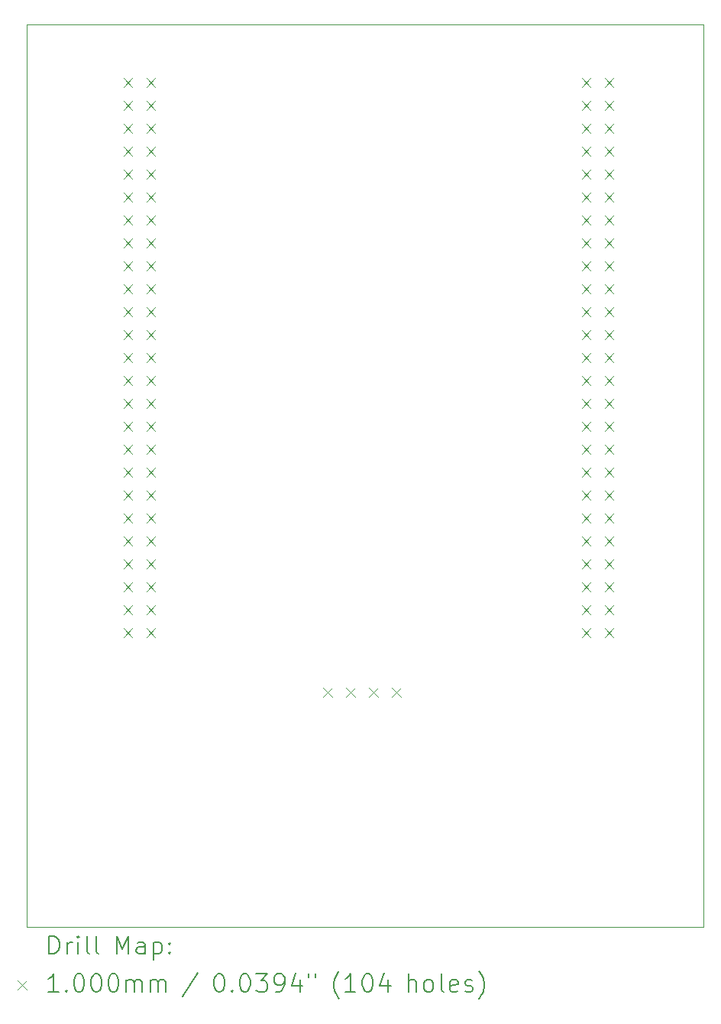
<source format=gbr>
%TF.GenerationSoftware,KiCad,Pcbnew,(7.0.0)*%
%TF.CreationDate,2023-06-01T06:11:30-06:00*%
%TF.ProjectId,Phase_D_STM32_v1,50686173-655f-4445-9f53-544d33325f76,rev?*%
%TF.SameCoordinates,Original*%
%TF.FileFunction,Drillmap*%
%TF.FilePolarity,Positive*%
%FSLAX45Y45*%
G04 Gerber Fmt 4.5, Leading zero omitted, Abs format (unit mm)*
G04 Created by KiCad (PCBNEW (7.0.0)) date 2023-06-01 06:11:30*
%MOMM*%
%LPD*%
G01*
G04 APERTURE LIST*
%ADD10C,0.100000*%
%ADD11C,0.200000*%
G04 APERTURE END LIST*
D10*
X19005000Y-4219000D02*
X26505000Y-4219000D01*
X26505000Y-4219000D02*
X26505000Y-14219000D01*
X26505000Y-14219000D02*
X19005000Y-14219000D01*
X19005000Y-14219000D02*
X19005000Y-4219000D01*
D11*
D10*
X20073000Y-4810000D02*
X20173000Y-4910000D01*
X20173000Y-4810000D02*
X20073000Y-4910000D01*
X20073000Y-5064000D02*
X20173000Y-5164000D01*
X20173000Y-5064000D02*
X20073000Y-5164000D01*
X20073000Y-5318000D02*
X20173000Y-5418000D01*
X20173000Y-5318000D02*
X20073000Y-5418000D01*
X20073000Y-5572000D02*
X20173000Y-5672000D01*
X20173000Y-5572000D02*
X20073000Y-5672000D01*
X20073000Y-5826000D02*
X20173000Y-5926000D01*
X20173000Y-5826000D02*
X20073000Y-5926000D01*
X20073000Y-6080000D02*
X20173000Y-6180000D01*
X20173000Y-6080000D02*
X20073000Y-6180000D01*
X20073000Y-6334000D02*
X20173000Y-6434000D01*
X20173000Y-6334000D02*
X20073000Y-6434000D01*
X20073000Y-6588000D02*
X20173000Y-6688000D01*
X20173000Y-6588000D02*
X20073000Y-6688000D01*
X20073000Y-6842000D02*
X20173000Y-6942000D01*
X20173000Y-6842000D02*
X20073000Y-6942000D01*
X20073000Y-7096000D02*
X20173000Y-7196000D01*
X20173000Y-7096000D02*
X20073000Y-7196000D01*
X20073000Y-7350000D02*
X20173000Y-7450000D01*
X20173000Y-7350000D02*
X20073000Y-7450000D01*
X20073000Y-7604000D02*
X20173000Y-7704000D01*
X20173000Y-7604000D02*
X20073000Y-7704000D01*
X20073000Y-7858000D02*
X20173000Y-7958000D01*
X20173000Y-7858000D02*
X20073000Y-7958000D01*
X20073000Y-8112000D02*
X20173000Y-8212000D01*
X20173000Y-8112000D02*
X20073000Y-8212000D01*
X20073000Y-8366000D02*
X20173000Y-8466000D01*
X20173000Y-8366000D02*
X20073000Y-8466000D01*
X20073000Y-8620000D02*
X20173000Y-8720000D01*
X20173000Y-8620000D02*
X20073000Y-8720000D01*
X20073000Y-8874000D02*
X20173000Y-8974000D01*
X20173000Y-8874000D02*
X20073000Y-8974000D01*
X20073000Y-9128000D02*
X20173000Y-9228000D01*
X20173000Y-9128000D02*
X20073000Y-9228000D01*
X20073000Y-9382000D02*
X20173000Y-9482000D01*
X20173000Y-9382000D02*
X20073000Y-9482000D01*
X20073000Y-9636000D02*
X20173000Y-9736000D01*
X20173000Y-9636000D02*
X20073000Y-9736000D01*
X20073000Y-9890000D02*
X20173000Y-9990000D01*
X20173000Y-9890000D02*
X20073000Y-9990000D01*
X20073000Y-10144000D02*
X20173000Y-10244000D01*
X20173000Y-10144000D02*
X20073000Y-10244000D01*
X20073000Y-10398000D02*
X20173000Y-10498000D01*
X20173000Y-10398000D02*
X20073000Y-10498000D01*
X20073000Y-10652000D02*
X20173000Y-10752000D01*
X20173000Y-10652000D02*
X20073000Y-10752000D01*
X20073000Y-10906000D02*
X20173000Y-11006000D01*
X20173000Y-10906000D02*
X20073000Y-11006000D01*
X20327000Y-4810000D02*
X20427000Y-4910000D01*
X20427000Y-4810000D02*
X20327000Y-4910000D01*
X20327000Y-5064000D02*
X20427000Y-5164000D01*
X20427000Y-5064000D02*
X20327000Y-5164000D01*
X20327000Y-5318000D02*
X20427000Y-5418000D01*
X20427000Y-5318000D02*
X20327000Y-5418000D01*
X20327000Y-5572000D02*
X20427000Y-5672000D01*
X20427000Y-5572000D02*
X20327000Y-5672000D01*
X20327000Y-5826000D02*
X20427000Y-5926000D01*
X20427000Y-5826000D02*
X20327000Y-5926000D01*
X20327000Y-6080000D02*
X20427000Y-6180000D01*
X20427000Y-6080000D02*
X20327000Y-6180000D01*
X20327000Y-6334000D02*
X20427000Y-6434000D01*
X20427000Y-6334000D02*
X20327000Y-6434000D01*
X20327000Y-6588000D02*
X20427000Y-6688000D01*
X20427000Y-6588000D02*
X20327000Y-6688000D01*
X20327000Y-6842000D02*
X20427000Y-6942000D01*
X20427000Y-6842000D02*
X20327000Y-6942000D01*
X20327000Y-7096000D02*
X20427000Y-7196000D01*
X20427000Y-7096000D02*
X20327000Y-7196000D01*
X20327000Y-7350000D02*
X20427000Y-7450000D01*
X20427000Y-7350000D02*
X20327000Y-7450000D01*
X20327000Y-7604000D02*
X20427000Y-7704000D01*
X20427000Y-7604000D02*
X20327000Y-7704000D01*
X20327000Y-7858000D02*
X20427000Y-7958000D01*
X20427000Y-7858000D02*
X20327000Y-7958000D01*
X20327000Y-8112000D02*
X20427000Y-8212000D01*
X20427000Y-8112000D02*
X20327000Y-8212000D01*
X20327000Y-8366000D02*
X20427000Y-8466000D01*
X20427000Y-8366000D02*
X20327000Y-8466000D01*
X20327000Y-8620000D02*
X20427000Y-8720000D01*
X20427000Y-8620000D02*
X20327000Y-8720000D01*
X20327000Y-8874000D02*
X20427000Y-8974000D01*
X20427000Y-8874000D02*
X20327000Y-8974000D01*
X20327000Y-9128000D02*
X20427000Y-9228000D01*
X20427000Y-9128000D02*
X20327000Y-9228000D01*
X20327000Y-9382000D02*
X20427000Y-9482000D01*
X20427000Y-9382000D02*
X20327000Y-9482000D01*
X20327000Y-9636000D02*
X20427000Y-9736000D01*
X20427000Y-9636000D02*
X20327000Y-9736000D01*
X20327000Y-9890000D02*
X20427000Y-9990000D01*
X20427000Y-9890000D02*
X20327000Y-9990000D01*
X20327000Y-10144000D02*
X20427000Y-10244000D01*
X20427000Y-10144000D02*
X20327000Y-10244000D01*
X20327000Y-10398000D02*
X20427000Y-10498000D01*
X20427000Y-10398000D02*
X20327000Y-10498000D01*
X20327000Y-10652000D02*
X20427000Y-10752000D01*
X20427000Y-10652000D02*
X20327000Y-10752000D01*
X20327000Y-10906000D02*
X20427000Y-11006000D01*
X20427000Y-10906000D02*
X20327000Y-11006000D01*
X22290000Y-11572000D02*
X22390000Y-11672000D01*
X22390000Y-11572000D02*
X22290000Y-11672000D01*
X22544000Y-11572000D02*
X22644000Y-11672000D01*
X22644000Y-11572000D02*
X22544000Y-11672000D01*
X22798000Y-11572000D02*
X22898000Y-11672000D01*
X22898000Y-11572000D02*
X22798000Y-11672000D01*
X23052000Y-11572000D02*
X23152000Y-11672000D01*
X23152000Y-11572000D02*
X23052000Y-11672000D01*
X25153000Y-4810000D02*
X25253000Y-4910000D01*
X25253000Y-4810000D02*
X25153000Y-4910000D01*
X25153000Y-5064000D02*
X25253000Y-5164000D01*
X25253000Y-5064000D02*
X25153000Y-5164000D01*
X25153000Y-5318000D02*
X25253000Y-5418000D01*
X25253000Y-5318000D02*
X25153000Y-5418000D01*
X25153000Y-5572000D02*
X25253000Y-5672000D01*
X25253000Y-5572000D02*
X25153000Y-5672000D01*
X25153000Y-5826000D02*
X25253000Y-5926000D01*
X25253000Y-5826000D02*
X25153000Y-5926000D01*
X25153000Y-6080000D02*
X25253000Y-6180000D01*
X25253000Y-6080000D02*
X25153000Y-6180000D01*
X25153000Y-6334000D02*
X25253000Y-6434000D01*
X25253000Y-6334000D02*
X25153000Y-6434000D01*
X25153000Y-6588000D02*
X25253000Y-6688000D01*
X25253000Y-6588000D02*
X25153000Y-6688000D01*
X25153000Y-6842000D02*
X25253000Y-6942000D01*
X25253000Y-6842000D02*
X25153000Y-6942000D01*
X25153000Y-7096000D02*
X25253000Y-7196000D01*
X25253000Y-7096000D02*
X25153000Y-7196000D01*
X25153000Y-7350000D02*
X25253000Y-7450000D01*
X25253000Y-7350000D02*
X25153000Y-7450000D01*
X25153000Y-7604000D02*
X25253000Y-7704000D01*
X25253000Y-7604000D02*
X25153000Y-7704000D01*
X25153000Y-7858000D02*
X25253000Y-7958000D01*
X25253000Y-7858000D02*
X25153000Y-7958000D01*
X25153000Y-8112000D02*
X25253000Y-8212000D01*
X25253000Y-8112000D02*
X25153000Y-8212000D01*
X25153000Y-8366000D02*
X25253000Y-8466000D01*
X25253000Y-8366000D02*
X25153000Y-8466000D01*
X25153000Y-8620000D02*
X25253000Y-8720000D01*
X25253000Y-8620000D02*
X25153000Y-8720000D01*
X25153000Y-8874000D02*
X25253000Y-8974000D01*
X25253000Y-8874000D02*
X25153000Y-8974000D01*
X25153000Y-9128000D02*
X25253000Y-9228000D01*
X25253000Y-9128000D02*
X25153000Y-9228000D01*
X25153000Y-9382000D02*
X25253000Y-9482000D01*
X25253000Y-9382000D02*
X25153000Y-9482000D01*
X25153000Y-9636000D02*
X25253000Y-9736000D01*
X25253000Y-9636000D02*
X25153000Y-9736000D01*
X25153000Y-9890000D02*
X25253000Y-9990000D01*
X25253000Y-9890000D02*
X25153000Y-9990000D01*
X25153000Y-10144000D02*
X25253000Y-10244000D01*
X25253000Y-10144000D02*
X25153000Y-10244000D01*
X25153000Y-10398000D02*
X25253000Y-10498000D01*
X25253000Y-10398000D02*
X25153000Y-10498000D01*
X25153000Y-10652000D02*
X25253000Y-10752000D01*
X25253000Y-10652000D02*
X25153000Y-10752000D01*
X25153000Y-10906000D02*
X25253000Y-11006000D01*
X25253000Y-10906000D02*
X25153000Y-11006000D01*
X25407000Y-4810000D02*
X25507000Y-4910000D01*
X25507000Y-4810000D02*
X25407000Y-4910000D01*
X25407000Y-5064000D02*
X25507000Y-5164000D01*
X25507000Y-5064000D02*
X25407000Y-5164000D01*
X25407000Y-5318000D02*
X25507000Y-5418000D01*
X25507000Y-5318000D02*
X25407000Y-5418000D01*
X25407000Y-5572000D02*
X25507000Y-5672000D01*
X25507000Y-5572000D02*
X25407000Y-5672000D01*
X25407000Y-5826000D02*
X25507000Y-5926000D01*
X25507000Y-5826000D02*
X25407000Y-5926000D01*
X25407000Y-6080000D02*
X25507000Y-6180000D01*
X25507000Y-6080000D02*
X25407000Y-6180000D01*
X25407000Y-6334000D02*
X25507000Y-6434000D01*
X25507000Y-6334000D02*
X25407000Y-6434000D01*
X25407000Y-6588000D02*
X25507000Y-6688000D01*
X25507000Y-6588000D02*
X25407000Y-6688000D01*
X25407000Y-6842000D02*
X25507000Y-6942000D01*
X25507000Y-6842000D02*
X25407000Y-6942000D01*
X25407000Y-7096000D02*
X25507000Y-7196000D01*
X25507000Y-7096000D02*
X25407000Y-7196000D01*
X25407000Y-7350000D02*
X25507000Y-7450000D01*
X25507000Y-7350000D02*
X25407000Y-7450000D01*
X25407000Y-7604000D02*
X25507000Y-7704000D01*
X25507000Y-7604000D02*
X25407000Y-7704000D01*
X25407000Y-7858000D02*
X25507000Y-7958000D01*
X25507000Y-7858000D02*
X25407000Y-7958000D01*
X25407000Y-8112000D02*
X25507000Y-8212000D01*
X25507000Y-8112000D02*
X25407000Y-8212000D01*
X25407000Y-8366000D02*
X25507000Y-8466000D01*
X25507000Y-8366000D02*
X25407000Y-8466000D01*
X25407000Y-8620000D02*
X25507000Y-8720000D01*
X25507000Y-8620000D02*
X25407000Y-8720000D01*
X25407000Y-8874000D02*
X25507000Y-8974000D01*
X25507000Y-8874000D02*
X25407000Y-8974000D01*
X25407000Y-9128000D02*
X25507000Y-9228000D01*
X25507000Y-9128000D02*
X25407000Y-9228000D01*
X25407000Y-9382000D02*
X25507000Y-9482000D01*
X25507000Y-9382000D02*
X25407000Y-9482000D01*
X25407000Y-9636000D02*
X25507000Y-9736000D01*
X25507000Y-9636000D02*
X25407000Y-9736000D01*
X25407000Y-9890000D02*
X25507000Y-9990000D01*
X25507000Y-9890000D02*
X25407000Y-9990000D01*
X25407000Y-10144000D02*
X25507000Y-10244000D01*
X25507000Y-10144000D02*
X25407000Y-10244000D01*
X25407000Y-10398000D02*
X25507000Y-10498000D01*
X25507000Y-10398000D02*
X25407000Y-10498000D01*
X25407000Y-10652000D02*
X25507000Y-10752000D01*
X25507000Y-10652000D02*
X25407000Y-10752000D01*
X25407000Y-10906000D02*
X25507000Y-11006000D01*
X25507000Y-10906000D02*
X25407000Y-11006000D01*
D11*
X19247619Y-14517476D02*
X19247619Y-14317476D01*
X19247619Y-14317476D02*
X19295238Y-14317476D01*
X19295238Y-14317476D02*
X19323810Y-14327000D01*
X19323810Y-14327000D02*
X19342857Y-14346048D01*
X19342857Y-14346048D02*
X19352381Y-14365095D01*
X19352381Y-14365095D02*
X19361905Y-14403190D01*
X19361905Y-14403190D02*
X19361905Y-14431762D01*
X19361905Y-14431762D02*
X19352381Y-14469857D01*
X19352381Y-14469857D02*
X19342857Y-14488905D01*
X19342857Y-14488905D02*
X19323810Y-14507952D01*
X19323810Y-14507952D02*
X19295238Y-14517476D01*
X19295238Y-14517476D02*
X19247619Y-14517476D01*
X19447619Y-14517476D02*
X19447619Y-14384143D01*
X19447619Y-14422238D02*
X19457143Y-14403190D01*
X19457143Y-14403190D02*
X19466667Y-14393667D01*
X19466667Y-14393667D02*
X19485714Y-14384143D01*
X19485714Y-14384143D02*
X19504762Y-14384143D01*
X19571429Y-14517476D02*
X19571429Y-14384143D01*
X19571429Y-14317476D02*
X19561905Y-14327000D01*
X19561905Y-14327000D02*
X19571429Y-14336524D01*
X19571429Y-14336524D02*
X19580952Y-14327000D01*
X19580952Y-14327000D02*
X19571429Y-14317476D01*
X19571429Y-14317476D02*
X19571429Y-14336524D01*
X19695238Y-14517476D02*
X19676190Y-14507952D01*
X19676190Y-14507952D02*
X19666667Y-14488905D01*
X19666667Y-14488905D02*
X19666667Y-14317476D01*
X19800000Y-14517476D02*
X19780952Y-14507952D01*
X19780952Y-14507952D02*
X19771429Y-14488905D01*
X19771429Y-14488905D02*
X19771429Y-14317476D01*
X19996190Y-14517476D02*
X19996190Y-14317476D01*
X19996190Y-14317476D02*
X20062857Y-14460333D01*
X20062857Y-14460333D02*
X20129524Y-14317476D01*
X20129524Y-14317476D02*
X20129524Y-14517476D01*
X20310476Y-14517476D02*
X20310476Y-14412714D01*
X20310476Y-14412714D02*
X20300952Y-14393667D01*
X20300952Y-14393667D02*
X20281905Y-14384143D01*
X20281905Y-14384143D02*
X20243809Y-14384143D01*
X20243809Y-14384143D02*
X20224762Y-14393667D01*
X20310476Y-14507952D02*
X20291429Y-14517476D01*
X20291429Y-14517476D02*
X20243809Y-14517476D01*
X20243809Y-14517476D02*
X20224762Y-14507952D01*
X20224762Y-14507952D02*
X20215238Y-14488905D01*
X20215238Y-14488905D02*
X20215238Y-14469857D01*
X20215238Y-14469857D02*
X20224762Y-14450809D01*
X20224762Y-14450809D02*
X20243809Y-14441286D01*
X20243809Y-14441286D02*
X20291429Y-14441286D01*
X20291429Y-14441286D02*
X20310476Y-14431762D01*
X20405714Y-14384143D02*
X20405714Y-14584143D01*
X20405714Y-14393667D02*
X20424762Y-14384143D01*
X20424762Y-14384143D02*
X20462857Y-14384143D01*
X20462857Y-14384143D02*
X20481905Y-14393667D01*
X20481905Y-14393667D02*
X20491429Y-14403190D01*
X20491429Y-14403190D02*
X20500952Y-14422238D01*
X20500952Y-14422238D02*
X20500952Y-14479381D01*
X20500952Y-14479381D02*
X20491429Y-14498428D01*
X20491429Y-14498428D02*
X20481905Y-14507952D01*
X20481905Y-14507952D02*
X20462857Y-14517476D01*
X20462857Y-14517476D02*
X20424762Y-14517476D01*
X20424762Y-14517476D02*
X20405714Y-14507952D01*
X20586667Y-14498428D02*
X20596190Y-14507952D01*
X20596190Y-14507952D02*
X20586667Y-14517476D01*
X20586667Y-14517476D02*
X20577143Y-14507952D01*
X20577143Y-14507952D02*
X20586667Y-14498428D01*
X20586667Y-14498428D02*
X20586667Y-14517476D01*
X20586667Y-14393667D02*
X20596190Y-14403190D01*
X20596190Y-14403190D02*
X20586667Y-14412714D01*
X20586667Y-14412714D02*
X20577143Y-14403190D01*
X20577143Y-14403190D02*
X20586667Y-14393667D01*
X20586667Y-14393667D02*
X20586667Y-14412714D01*
D10*
X18900000Y-14814000D02*
X19000000Y-14914000D01*
X19000000Y-14814000D02*
X18900000Y-14914000D01*
D11*
X19352381Y-14937476D02*
X19238095Y-14937476D01*
X19295238Y-14937476D02*
X19295238Y-14737476D01*
X19295238Y-14737476D02*
X19276190Y-14766048D01*
X19276190Y-14766048D02*
X19257143Y-14785095D01*
X19257143Y-14785095D02*
X19238095Y-14794619D01*
X19438095Y-14918428D02*
X19447619Y-14927952D01*
X19447619Y-14927952D02*
X19438095Y-14937476D01*
X19438095Y-14937476D02*
X19428571Y-14927952D01*
X19428571Y-14927952D02*
X19438095Y-14918428D01*
X19438095Y-14918428D02*
X19438095Y-14937476D01*
X19571429Y-14737476D02*
X19590476Y-14737476D01*
X19590476Y-14737476D02*
X19609524Y-14747000D01*
X19609524Y-14747000D02*
X19619048Y-14756524D01*
X19619048Y-14756524D02*
X19628571Y-14775571D01*
X19628571Y-14775571D02*
X19638095Y-14813667D01*
X19638095Y-14813667D02*
X19638095Y-14861286D01*
X19638095Y-14861286D02*
X19628571Y-14899381D01*
X19628571Y-14899381D02*
X19619048Y-14918428D01*
X19619048Y-14918428D02*
X19609524Y-14927952D01*
X19609524Y-14927952D02*
X19590476Y-14937476D01*
X19590476Y-14937476D02*
X19571429Y-14937476D01*
X19571429Y-14937476D02*
X19552381Y-14927952D01*
X19552381Y-14927952D02*
X19542857Y-14918428D01*
X19542857Y-14918428D02*
X19533333Y-14899381D01*
X19533333Y-14899381D02*
X19523810Y-14861286D01*
X19523810Y-14861286D02*
X19523810Y-14813667D01*
X19523810Y-14813667D02*
X19533333Y-14775571D01*
X19533333Y-14775571D02*
X19542857Y-14756524D01*
X19542857Y-14756524D02*
X19552381Y-14747000D01*
X19552381Y-14747000D02*
X19571429Y-14737476D01*
X19761905Y-14737476D02*
X19780952Y-14737476D01*
X19780952Y-14737476D02*
X19800000Y-14747000D01*
X19800000Y-14747000D02*
X19809524Y-14756524D01*
X19809524Y-14756524D02*
X19819048Y-14775571D01*
X19819048Y-14775571D02*
X19828571Y-14813667D01*
X19828571Y-14813667D02*
X19828571Y-14861286D01*
X19828571Y-14861286D02*
X19819048Y-14899381D01*
X19819048Y-14899381D02*
X19809524Y-14918428D01*
X19809524Y-14918428D02*
X19800000Y-14927952D01*
X19800000Y-14927952D02*
X19780952Y-14937476D01*
X19780952Y-14937476D02*
X19761905Y-14937476D01*
X19761905Y-14937476D02*
X19742857Y-14927952D01*
X19742857Y-14927952D02*
X19733333Y-14918428D01*
X19733333Y-14918428D02*
X19723810Y-14899381D01*
X19723810Y-14899381D02*
X19714286Y-14861286D01*
X19714286Y-14861286D02*
X19714286Y-14813667D01*
X19714286Y-14813667D02*
X19723810Y-14775571D01*
X19723810Y-14775571D02*
X19733333Y-14756524D01*
X19733333Y-14756524D02*
X19742857Y-14747000D01*
X19742857Y-14747000D02*
X19761905Y-14737476D01*
X19952381Y-14737476D02*
X19971429Y-14737476D01*
X19971429Y-14737476D02*
X19990476Y-14747000D01*
X19990476Y-14747000D02*
X20000000Y-14756524D01*
X20000000Y-14756524D02*
X20009524Y-14775571D01*
X20009524Y-14775571D02*
X20019048Y-14813667D01*
X20019048Y-14813667D02*
X20019048Y-14861286D01*
X20019048Y-14861286D02*
X20009524Y-14899381D01*
X20009524Y-14899381D02*
X20000000Y-14918428D01*
X20000000Y-14918428D02*
X19990476Y-14927952D01*
X19990476Y-14927952D02*
X19971429Y-14937476D01*
X19971429Y-14937476D02*
X19952381Y-14937476D01*
X19952381Y-14937476D02*
X19933333Y-14927952D01*
X19933333Y-14927952D02*
X19923810Y-14918428D01*
X19923810Y-14918428D02*
X19914286Y-14899381D01*
X19914286Y-14899381D02*
X19904762Y-14861286D01*
X19904762Y-14861286D02*
X19904762Y-14813667D01*
X19904762Y-14813667D02*
X19914286Y-14775571D01*
X19914286Y-14775571D02*
X19923810Y-14756524D01*
X19923810Y-14756524D02*
X19933333Y-14747000D01*
X19933333Y-14747000D02*
X19952381Y-14737476D01*
X20104762Y-14937476D02*
X20104762Y-14804143D01*
X20104762Y-14823190D02*
X20114286Y-14813667D01*
X20114286Y-14813667D02*
X20133333Y-14804143D01*
X20133333Y-14804143D02*
X20161905Y-14804143D01*
X20161905Y-14804143D02*
X20180952Y-14813667D01*
X20180952Y-14813667D02*
X20190476Y-14832714D01*
X20190476Y-14832714D02*
X20190476Y-14937476D01*
X20190476Y-14832714D02*
X20200000Y-14813667D01*
X20200000Y-14813667D02*
X20219048Y-14804143D01*
X20219048Y-14804143D02*
X20247619Y-14804143D01*
X20247619Y-14804143D02*
X20266667Y-14813667D01*
X20266667Y-14813667D02*
X20276191Y-14832714D01*
X20276191Y-14832714D02*
X20276191Y-14937476D01*
X20371429Y-14937476D02*
X20371429Y-14804143D01*
X20371429Y-14823190D02*
X20380952Y-14813667D01*
X20380952Y-14813667D02*
X20400000Y-14804143D01*
X20400000Y-14804143D02*
X20428572Y-14804143D01*
X20428572Y-14804143D02*
X20447619Y-14813667D01*
X20447619Y-14813667D02*
X20457143Y-14832714D01*
X20457143Y-14832714D02*
X20457143Y-14937476D01*
X20457143Y-14832714D02*
X20466667Y-14813667D01*
X20466667Y-14813667D02*
X20485714Y-14804143D01*
X20485714Y-14804143D02*
X20514286Y-14804143D01*
X20514286Y-14804143D02*
X20533333Y-14813667D01*
X20533333Y-14813667D02*
X20542857Y-14832714D01*
X20542857Y-14832714D02*
X20542857Y-14937476D01*
X20900952Y-14727952D02*
X20729524Y-14985095D01*
X21125714Y-14737476D02*
X21144762Y-14737476D01*
X21144762Y-14737476D02*
X21163810Y-14747000D01*
X21163810Y-14747000D02*
X21173333Y-14756524D01*
X21173333Y-14756524D02*
X21182857Y-14775571D01*
X21182857Y-14775571D02*
X21192381Y-14813667D01*
X21192381Y-14813667D02*
X21192381Y-14861286D01*
X21192381Y-14861286D02*
X21182857Y-14899381D01*
X21182857Y-14899381D02*
X21173333Y-14918428D01*
X21173333Y-14918428D02*
X21163810Y-14927952D01*
X21163810Y-14927952D02*
X21144762Y-14937476D01*
X21144762Y-14937476D02*
X21125714Y-14937476D01*
X21125714Y-14937476D02*
X21106667Y-14927952D01*
X21106667Y-14927952D02*
X21097143Y-14918428D01*
X21097143Y-14918428D02*
X21087619Y-14899381D01*
X21087619Y-14899381D02*
X21078095Y-14861286D01*
X21078095Y-14861286D02*
X21078095Y-14813667D01*
X21078095Y-14813667D02*
X21087619Y-14775571D01*
X21087619Y-14775571D02*
X21097143Y-14756524D01*
X21097143Y-14756524D02*
X21106667Y-14747000D01*
X21106667Y-14747000D02*
X21125714Y-14737476D01*
X21278095Y-14918428D02*
X21287619Y-14927952D01*
X21287619Y-14927952D02*
X21278095Y-14937476D01*
X21278095Y-14937476D02*
X21268572Y-14927952D01*
X21268572Y-14927952D02*
X21278095Y-14918428D01*
X21278095Y-14918428D02*
X21278095Y-14937476D01*
X21411429Y-14737476D02*
X21430476Y-14737476D01*
X21430476Y-14737476D02*
X21449524Y-14747000D01*
X21449524Y-14747000D02*
X21459048Y-14756524D01*
X21459048Y-14756524D02*
X21468572Y-14775571D01*
X21468572Y-14775571D02*
X21478095Y-14813667D01*
X21478095Y-14813667D02*
X21478095Y-14861286D01*
X21478095Y-14861286D02*
X21468572Y-14899381D01*
X21468572Y-14899381D02*
X21459048Y-14918428D01*
X21459048Y-14918428D02*
X21449524Y-14927952D01*
X21449524Y-14927952D02*
X21430476Y-14937476D01*
X21430476Y-14937476D02*
X21411429Y-14937476D01*
X21411429Y-14937476D02*
X21392381Y-14927952D01*
X21392381Y-14927952D02*
X21382857Y-14918428D01*
X21382857Y-14918428D02*
X21373333Y-14899381D01*
X21373333Y-14899381D02*
X21363810Y-14861286D01*
X21363810Y-14861286D02*
X21363810Y-14813667D01*
X21363810Y-14813667D02*
X21373333Y-14775571D01*
X21373333Y-14775571D02*
X21382857Y-14756524D01*
X21382857Y-14756524D02*
X21392381Y-14747000D01*
X21392381Y-14747000D02*
X21411429Y-14737476D01*
X21544762Y-14737476D02*
X21668572Y-14737476D01*
X21668572Y-14737476D02*
X21601905Y-14813667D01*
X21601905Y-14813667D02*
X21630476Y-14813667D01*
X21630476Y-14813667D02*
X21649524Y-14823190D01*
X21649524Y-14823190D02*
X21659048Y-14832714D01*
X21659048Y-14832714D02*
X21668572Y-14851762D01*
X21668572Y-14851762D02*
X21668572Y-14899381D01*
X21668572Y-14899381D02*
X21659048Y-14918428D01*
X21659048Y-14918428D02*
X21649524Y-14927952D01*
X21649524Y-14927952D02*
X21630476Y-14937476D01*
X21630476Y-14937476D02*
X21573333Y-14937476D01*
X21573333Y-14937476D02*
X21554286Y-14927952D01*
X21554286Y-14927952D02*
X21544762Y-14918428D01*
X21763810Y-14937476D02*
X21801905Y-14937476D01*
X21801905Y-14937476D02*
X21820953Y-14927952D01*
X21820953Y-14927952D02*
X21830476Y-14918428D01*
X21830476Y-14918428D02*
X21849524Y-14889857D01*
X21849524Y-14889857D02*
X21859048Y-14851762D01*
X21859048Y-14851762D02*
X21859048Y-14775571D01*
X21859048Y-14775571D02*
X21849524Y-14756524D01*
X21849524Y-14756524D02*
X21840000Y-14747000D01*
X21840000Y-14747000D02*
X21820953Y-14737476D01*
X21820953Y-14737476D02*
X21782857Y-14737476D01*
X21782857Y-14737476D02*
X21763810Y-14747000D01*
X21763810Y-14747000D02*
X21754286Y-14756524D01*
X21754286Y-14756524D02*
X21744762Y-14775571D01*
X21744762Y-14775571D02*
X21744762Y-14823190D01*
X21744762Y-14823190D02*
X21754286Y-14842238D01*
X21754286Y-14842238D02*
X21763810Y-14851762D01*
X21763810Y-14851762D02*
X21782857Y-14861286D01*
X21782857Y-14861286D02*
X21820953Y-14861286D01*
X21820953Y-14861286D02*
X21840000Y-14851762D01*
X21840000Y-14851762D02*
X21849524Y-14842238D01*
X21849524Y-14842238D02*
X21859048Y-14823190D01*
X22030476Y-14804143D02*
X22030476Y-14937476D01*
X21982857Y-14727952D02*
X21935238Y-14870809D01*
X21935238Y-14870809D02*
X22059048Y-14870809D01*
X22125714Y-14737476D02*
X22125714Y-14775571D01*
X22201905Y-14737476D02*
X22201905Y-14775571D01*
X22464762Y-15013667D02*
X22455238Y-15004143D01*
X22455238Y-15004143D02*
X22436191Y-14975571D01*
X22436191Y-14975571D02*
X22426667Y-14956524D01*
X22426667Y-14956524D02*
X22417143Y-14927952D01*
X22417143Y-14927952D02*
X22407619Y-14880333D01*
X22407619Y-14880333D02*
X22407619Y-14842238D01*
X22407619Y-14842238D02*
X22417143Y-14794619D01*
X22417143Y-14794619D02*
X22426667Y-14766048D01*
X22426667Y-14766048D02*
X22436191Y-14747000D01*
X22436191Y-14747000D02*
X22455238Y-14718428D01*
X22455238Y-14718428D02*
X22464762Y-14708905D01*
X22645714Y-14937476D02*
X22531429Y-14937476D01*
X22588571Y-14937476D02*
X22588571Y-14737476D01*
X22588571Y-14737476D02*
X22569524Y-14766048D01*
X22569524Y-14766048D02*
X22550476Y-14785095D01*
X22550476Y-14785095D02*
X22531429Y-14794619D01*
X22769524Y-14737476D02*
X22788572Y-14737476D01*
X22788572Y-14737476D02*
X22807619Y-14747000D01*
X22807619Y-14747000D02*
X22817143Y-14756524D01*
X22817143Y-14756524D02*
X22826667Y-14775571D01*
X22826667Y-14775571D02*
X22836191Y-14813667D01*
X22836191Y-14813667D02*
X22836191Y-14861286D01*
X22836191Y-14861286D02*
X22826667Y-14899381D01*
X22826667Y-14899381D02*
X22817143Y-14918428D01*
X22817143Y-14918428D02*
X22807619Y-14927952D01*
X22807619Y-14927952D02*
X22788572Y-14937476D01*
X22788572Y-14937476D02*
X22769524Y-14937476D01*
X22769524Y-14937476D02*
X22750476Y-14927952D01*
X22750476Y-14927952D02*
X22740952Y-14918428D01*
X22740952Y-14918428D02*
X22731429Y-14899381D01*
X22731429Y-14899381D02*
X22721905Y-14861286D01*
X22721905Y-14861286D02*
X22721905Y-14813667D01*
X22721905Y-14813667D02*
X22731429Y-14775571D01*
X22731429Y-14775571D02*
X22740952Y-14756524D01*
X22740952Y-14756524D02*
X22750476Y-14747000D01*
X22750476Y-14747000D02*
X22769524Y-14737476D01*
X23007619Y-14804143D02*
X23007619Y-14937476D01*
X22960000Y-14727952D02*
X22912381Y-14870809D01*
X22912381Y-14870809D02*
X23036191Y-14870809D01*
X23232381Y-14937476D02*
X23232381Y-14737476D01*
X23318095Y-14937476D02*
X23318095Y-14832714D01*
X23318095Y-14832714D02*
X23308572Y-14813667D01*
X23308572Y-14813667D02*
X23289524Y-14804143D01*
X23289524Y-14804143D02*
X23260952Y-14804143D01*
X23260952Y-14804143D02*
X23241905Y-14813667D01*
X23241905Y-14813667D02*
X23232381Y-14823190D01*
X23441905Y-14937476D02*
X23422857Y-14927952D01*
X23422857Y-14927952D02*
X23413333Y-14918428D01*
X23413333Y-14918428D02*
X23403810Y-14899381D01*
X23403810Y-14899381D02*
X23403810Y-14842238D01*
X23403810Y-14842238D02*
X23413333Y-14823190D01*
X23413333Y-14823190D02*
X23422857Y-14813667D01*
X23422857Y-14813667D02*
X23441905Y-14804143D01*
X23441905Y-14804143D02*
X23470476Y-14804143D01*
X23470476Y-14804143D02*
X23489524Y-14813667D01*
X23489524Y-14813667D02*
X23499048Y-14823190D01*
X23499048Y-14823190D02*
X23508572Y-14842238D01*
X23508572Y-14842238D02*
X23508572Y-14899381D01*
X23508572Y-14899381D02*
X23499048Y-14918428D01*
X23499048Y-14918428D02*
X23489524Y-14927952D01*
X23489524Y-14927952D02*
X23470476Y-14937476D01*
X23470476Y-14937476D02*
X23441905Y-14937476D01*
X23622857Y-14937476D02*
X23603810Y-14927952D01*
X23603810Y-14927952D02*
X23594286Y-14908905D01*
X23594286Y-14908905D02*
X23594286Y-14737476D01*
X23775238Y-14927952D02*
X23756191Y-14937476D01*
X23756191Y-14937476D02*
X23718095Y-14937476D01*
X23718095Y-14937476D02*
X23699048Y-14927952D01*
X23699048Y-14927952D02*
X23689524Y-14908905D01*
X23689524Y-14908905D02*
X23689524Y-14832714D01*
X23689524Y-14832714D02*
X23699048Y-14813667D01*
X23699048Y-14813667D02*
X23718095Y-14804143D01*
X23718095Y-14804143D02*
X23756191Y-14804143D01*
X23756191Y-14804143D02*
X23775238Y-14813667D01*
X23775238Y-14813667D02*
X23784762Y-14832714D01*
X23784762Y-14832714D02*
X23784762Y-14851762D01*
X23784762Y-14851762D02*
X23689524Y-14870809D01*
X23860953Y-14927952D02*
X23880000Y-14937476D01*
X23880000Y-14937476D02*
X23918095Y-14937476D01*
X23918095Y-14937476D02*
X23937143Y-14927952D01*
X23937143Y-14927952D02*
X23946667Y-14908905D01*
X23946667Y-14908905D02*
X23946667Y-14899381D01*
X23946667Y-14899381D02*
X23937143Y-14880333D01*
X23937143Y-14880333D02*
X23918095Y-14870809D01*
X23918095Y-14870809D02*
X23889524Y-14870809D01*
X23889524Y-14870809D02*
X23870476Y-14861286D01*
X23870476Y-14861286D02*
X23860953Y-14842238D01*
X23860953Y-14842238D02*
X23860953Y-14832714D01*
X23860953Y-14832714D02*
X23870476Y-14813667D01*
X23870476Y-14813667D02*
X23889524Y-14804143D01*
X23889524Y-14804143D02*
X23918095Y-14804143D01*
X23918095Y-14804143D02*
X23937143Y-14813667D01*
X24013334Y-15013667D02*
X24022857Y-15004143D01*
X24022857Y-15004143D02*
X24041905Y-14975571D01*
X24041905Y-14975571D02*
X24051429Y-14956524D01*
X24051429Y-14956524D02*
X24060953Y-14927952D01*
X24060953Y-14927952D02*
X24070476Y-14880333D01*
X24070476Y-14880333D02*
X24070476Y-14842238D01*
X24070476Y-14842238D02*
X24060953Y-14794619D01*
X24060953Y-14794619D02*
X24051429Y-14766048D01*
X24051429Y-14766048D02*
X24041905Y-14747000D01*
X24041905Y-14747000D02*
X24022857Y-14718428D01*
X24022857Y-14718428D02*
X24013334Y-14708905D01*
M02*

</source>
